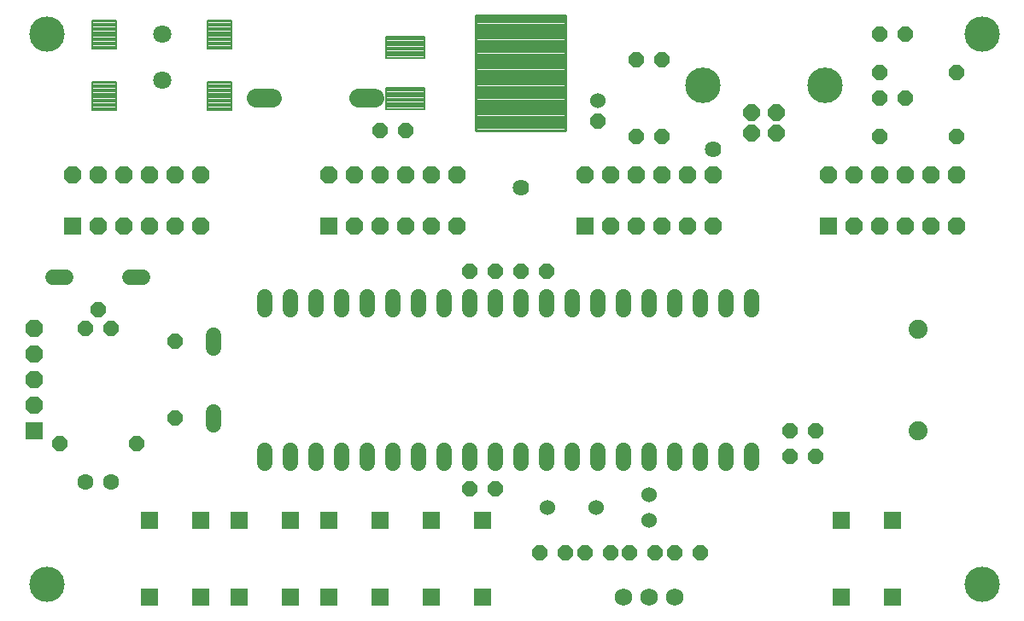
<source format=gts>
G75*
G70*
%OFA0B0*%
%FSLAX24Y24*%
%IPPOS*%
%LPD*%
%AMOC8*
5,1,8,0,0,1.08239X$1,22.5*
%
%ADD10R,0.0674X0.0674*%
%ADD11C,0.0740*%
%ADD12OC8,0.0654*%
%ADD13C,0.1386*%
%ADD14OC8,0.0600*%
%ADD15C,0.0081*%
%ADD16C,0.0107*%
%ADD17C,0.0600*%
%ADD18C,0.0710*%
%ADD19C,0.0082*%
%ADD20C,0.0600*%
%ADD21C,0.1380*%
%ADD22C,0.0680*%
%ADD23C,0.0631*%
%ADD24C,0.0740*%
%ADD25R,0.0680X0.0680*%
%ADD26OC8,0.0680*%
%ADD27OC8,0.0682*%
%ADD28R,0.0682X0.0682*%
%ADD29C,0.0640*%
D10*
X005994Y005344D03*
X007994Y005344D03*
X009494Y005344D03*
X011494Y005344D03*
X012994Y005344D03*
X014994Y005344D03*
X016994Y005344D03*
X018994Y005344D03*
X018994Y008344D03*
X016994Y008344D03*
X014994Y008344D03*
X012994Y008344D03*
X011494Y008344D03*
X009494Y008344D03*
X007994Y008344D03*
X005994Y008344D03*
X032994Y008344D03*
X034994Y008344D03*
X034994Y005344D03*
X032994Y005344D03*
D11*
X035994Y011875D03*
X035994Y015812D03*
D12*
X030486Y023490D03*
X029502Y023490D03*
X029502Y024277D03*
X030486Y024277D03*
D13*
X032364Y025344D03*
X027624Y025344D03*
D14*
X025994Y026344D03*
X024994Y026344D03*
X023494Y023944D03*
X024994Y023344D03*
X025994Y023344D03*
X021494Y018094D03*
X020494Y018094D03*
X019494Y018094D03*
X018494Y018094D03*
X015994Y023594D03*
X014994Y023594D03*
X004494Y015844D03*
X003994Y016594D03*
X003494Y015844D03*
X006994Y015344D03*
X006994Y012344D03*
X005494Y011344D03*
X002494Y011344D03*
X018494Y009594D03*
X019494Y009594D03*
X021244Y007094D03*
X022244Y007094D03*
X022994Y007094D03*
X023994Y007094D03*
X024744Y007094D03*
X025744Y007094D03*
X026494Y007094D03*
X027494Y007094D03*
X030994Y010844D03*
X031994Y010844D03*
X031994Y011844D03*
X030994Y011844D03*
X034494Y023344D03*
X034494Y024844D03*
X035494Y024844D03*
X034494Y025844D03*
X034494Y027344D03*
X035494Y027344D03*
X037494Y025844D03*
X037494Y023344D03*
D15*
X015244Y024434D02*
X015244Y025254D01*
X016744Y025254D01*
X016744Y024434D01*
X015244Y024434D01*
X015244Y024514D02*
X016744Y024514D01*
X016744Y024594D02*
X015244Y024594D01*
X015244Y024674D02*
X016744Y024674D01*
X016744Y024754D02*
X015244Y024754D01*
X015244Y024834D02*
X016744Y024834D01*
X016744Y024914D02*
X015244Y024914D01*
X015244Y024994D02*
X016744Y024994D01*
X016744Y025074D02*
X015244Y025074D01*
X015244Y025154D02*
X016744Y025154D01*
X016744Y025234D02*
X015244Y025234D01*
X015244Y026434D02*
X015244Y027254D01*
X016744Y027254D01*
X016744Y026434D01*
X015244Y026434D01*
X015244Y026514D02*
X016744Y026514D01*
X016744Y026594D02*
X015244Y026594D01*
X015244Y026674D02*
X016744Y026674D01*
X016744Y026754D02*
X015244Y026754D01*
X015244Y026834D02*
X016744Y026834D01*
X016744Y026914D02*
X015244Y026914D01*
X015244Y026994D02*
X016744Y026994D01*
X016744Y027074D02*
X015244Y027074D01*
X015244Y027154D02*
X016744Y027154D01*
X016744Y027234D02*
X015244Y027234D01*
D16*
X018757Y028081D02*
X018757Y023607D01*
X018757Y028081D02*
X022231Y028081D01*
X022231Y023607D01*
X018757Y023607D01*
X018757Y023713D02*
X022231Y023713D01*
X022231Y023819D02*
X018757Y023819D01*
X018757Y023925D02*
X022231Y023925D01*
X022231Y024031D02*
X018757Y024031D01*
X018757Y024137D02*
X022231Y024137D01*
X022231Y024243D02*
X018757Y024243D01*
X018757Y024349D02*
X022231Y024349D01*
X022231Y024455D02*
X018757Y024455D01*
X018757Y024561D02*
X022231Y024561D01*
X022231Y024667D02*
X018757Y024667D01*
X018757Y024773D02*
X022231Y024773D01*
X022231Y024879D02*
X018757Y024879D01*
X018757Y024985D02*
X022231Y024985D01*
X022231Y025091D02*
X018757Y025091D01*
X018757Y025197D02*
X022231Y025197D01*
X022231Y025303D02*
X018757Y025303D01*
X018757Y025409D02*
X022231Y025409D01*
X022231Y025515D02*
X018757Y025515D01*
X018757Y025621D02*
X022231Y025621D01*
X022231Y025727D02*
X018757Y025727D01*
X018757Y025833D02*
X022231Y025833D01*
X022231Y025939D02*
X018757Y025939D01*
X018757Y026045D02*
X022231Y026045D01*
X022231Y026151D02*
X018757Y026151D01*
X018757Y026257D02*
X022231Y026257D01*
X022231Y026363D02*
X018757Y026363D01*
X018757Y026469D02*
X022231Y026469D01*
X022231Y026575D02*
X018757Y026575D01*
X018757Y026681D02*
X022231Y026681D01*
X022231Y026787D02*
X018757Y026787D01*
X018757Y026893D02*
X022231Y026893D01*
X022231Y026999D02*
X018757Y026999D01*
X018757Y027105D02*
X022231Y027105D01*
X022231Y027211D02*
X018757Y027211D01*
X018757Y027317D02*
X022231Y027317D01*
X022231Y027423D02*
X018757Y027423D01*
X018757Y027529D02*
X022231Y027529D01*
X022231Y027635D02*
X018757Y027635D01*
X018757Y027741D02*
X022231Y027741D01*
X022231Y027847D02*
X018757Y027847D01*
X018757Y027953D02*
X022231Y027953D01*
X022231Y028059D02*
X018757Y028059D01*
D17*
X023494Y024744D03*
X025494Y009344D03*
X025494Y008344D03*
X023444Y008844D03*
X021544Y008844D03*
D18*
X006494Y025544D03*
X006494Y027344D03*
D19*
X008267Y026794D02*
X008267Y027894D01*
X009209Y027894D01*
X009209Y026794D01*
X008267Y026794D01*
X008267Y026875D02*
X009209Y026875D01*
X009209Y026956D02*
X008267Y026956D01*
X008267Y027037D02*
X009209Y027037D01*
X009209Y027118D02*
X008267Y027118D01*
X008267Y027199D02*
X009209Y027199D01*
X009209Y027280D02*
X008267Y027280D01*
X008267Y027361D02*
X009209Y027361D01*
X009209Y027442D02*
X008267Y027442D01*
X008267Y027523D02*
X009209Y027523D01*
X009209Y027604D02*
X008267Y027604D01*
X008267Y027685D02*
X009209Y027685D01*
X009209Y027766D02*
X008267Y027766D01*
X008267Y027847D02*
X009209Y027847D01*
X008267Y025492D02*
X008267Y024392D01*
X008267Y025492D02*
X009209Y025492D01*
X009209Y024392D01*
X008267Y024392D01*
X008267Y024473D02*
X009209Y024473D01*
X009209Y024554D02*
X008267Y024554D01*
X008267Y024635D02*
X009209Y024635D01*
X009209Y024716D02*
X008267Y024716D01*
X008267Y024797D02*
X009209Y024797D01*
X009209Y024878D02*
X008267Y024878D01*
X008267Y024959D02*
X009209Y024959D01*
X009209Y025040D02*
X008267Y025040D01*
X008267Y025121D02*
X009209Y025121D01*
X009209Y025202D02*
X008267Y025202D01*
X008267Y025283D02*
X009209Y025283D01*
X009209Y025364D02*
X008267Y025364D01*
X008267Y025445D02*
X009209Y025445D01*
X003779Y025492D02*
X003779Y024392D01*
X003779Y025492D02*
X004721Y025492D01*
X004721Y024392D01*
X003779Y024392D01*
X003779Y024473D02*
X004721Y024473D01*
X004721Y024554D02*
X003779Y024554D01*
X003779Y024635D02*
X004721Y024635D01*
X004721Y024716D02*
X003779Y024716D01*
X003779Y024797D02*
X004721Y024797D01*
X004721Y024878D02*
X003779Y024878D01*
X003779Y024959D02*
X004721Y024959D01*
X004721Y025040D02*
X003779Y025040D01*
X003779Y025121D02*
X004721Y025121D01*
X004721Y025202D02*
X003779Y025202D01*
X003779Y025283D02*
X004721Y025283D01*
X004721Y025364D02*
X003779Y025364D01*
X003779Y025445D02*
X004721Y025445D01*
X003779Y026794D02*
X003779Y027894D01*
X004721Y027894D01*
X004721Y026794D01*
X003779Y026794D01*
X003779Y026875D02*
X004721Y026875D01*
X004721Y026956D02*
X003779Y026956D01*
X003779Y027037D02*
X004721Y027037D01*
X004721Y027118D02*
X003779Y027118D01*
X003779Y027199D02*
X004721Y027199D01*
X004721Y027280D02*
X003779Y027280D01*
X003779Y027361D02*
X004721Y027361D01*
X004721Y027442D02*
X003779Y027442D01*
X003779Y027523D02*
X004721Y027523D01*
X004721Y027604D02*
X003779Y027604D01*
X003779Y027685D02*
X004721Y027685D01*
X004721Y027766D02*
X003779Y027766D01*
X003779Y027847D02*
X004721Y027847D01*
D20*
X005234Y017844D02*
X005754Y017844D01*
X002754Y017844D02*
X002234Y017844D01*
X008494Y015604D02*
X008494Y015084D01*
X010494Y016584D02*
X010494Y017104D01*
X011494Y017104D02*
X011494Y016584D01*
X012494Y016584D02*
X012494Y017104D01*
X013494Y017104D02*
X013494Y016584D01*
X014494Y016584D02*
X014494Y017104D01*
X015494Y017104D02*
X015494Y016584D01*
X016494Y016584D02*
X016494Y017104D01*
X017494Y017104D02*
X017494Y016584D01*
X018494Y016584D02*
X018494Y017104D01*
X019494Y017104D02*
X019494Y016584D01*
X020494Y016584D02*
X020494Y017104D01*
X021494Y017104D02*
X021494Y016584D01*
X022494Y016584D02*
X022494Y017104D01*
X023494Y017104D02*
X023494Y016584D01*
X024494Y016584D02*
X024494Y017104D01*
X025494Y017104D02*
X025494Y016584D01*
X026494Y016584D02*
X026494Y017104D01*
X027494Y017104D02*
X027494Y016584D01*
X028494Y016584D02*
X028494Y017104D01*
X029494Y017104D02*
X029494Y016584D01*
X029494Y011104D02*
X029494Y010584D01*
X028494Y010584D02*
X028494Y011104D01*
X027494Y011104D02*
X027494Y010584D01*
X026494Y010584D02*
X026494Y011104D01*
X025494Y011104D02*
X025494Y010584D01*
X024494Y010584D02*
X024494Y011104D01*
X023494Y011104D02*
X023494Y010584D01*
X022494Y010584D02*
X022494Y011104D01*
X021494Y011104D02*
X021494Y010584D01*
X020494Y010584D02*
X020494Y011104D01*
X019494Y011104D02*
X019494Y010584D01*
X018494Y010584D02*
X018494Y011104D01*
X017494Y011104D02*
X017494Y010584D01*
X016494Y010584D02*
X016494Y011104D01*
X015494Y011104D02*
X015494Y010584D01*
X014494Y010584D02*
X014494Y011104D01*
X013494Y011104D02*
X013494Y010584D01*
X012494Y010584D02*
X012494Y011104D01*
X011494Y011104D02*
X011494Y010584D01*
X010494Y010584D02*
X010494Y011104D01*
X008494Y012084D02*
X008494Y012604D01*
D21*
X001994Y005844D03*
X001994Y027344D03*
X038494Y027344D03*
X038494Y005844D03*
D22*
X026494Y005344D03*
X025494Y005344D03*
X024494Y005344D03*
D23*
X004494Y009844D03*
X003494Y009844D03*
D24*
X010164Y024844D02*
X010824Y024844D01*
X014164Y024844D02*
X014824Y024844D01*
D25*
X001494Y011844D03*
D26*
X001494Y012844D03*
X001494Y013844D03*
X001494Y014844D03*
X001494Y015844D03*
D27*
X003994Y019844D03*
X004994Y019844D03*
X005994Y019844D03*
X006994Y019844D03*
X007994Y019844D03*
X007994Y021844D03*
X006994Y021844D03*
X005994Y021844D03*
X004994Y021844D03*
X003994Y021844D03*
X002994Y021844D03*
X012994Y021844D03*
X013994Y021844D03*
X014994Y021844D03*
X015994Y021844D03*
X016994Y021844D03*
X017994Y021844D03*
X017994Y019844D03*
X016994Y019844D03*
X015994Y019844D03*
X014994Y019844D03*
X013994Y019844D03*
X022994Y021844D03*
X023994Y021844D03*
X024994Y021844D03*
X025994Y021844D03*
X026994Y021844D03*
X027994Y021844D03*
X027994Y019844D03*
X026994Y019844D03*
X025994Y019844D03*
X024994Y019844D03*
X023994Y019844D03*
X032494Y021844D03*
X033494Y021844D03*
X034494Y021844D03*
X035494Y021844D03*
X036494Y021844D03*
X037494Y021844D03*
X037494Y019844D03*
X036494Y019844D03*
X035494Y019844D03*
X034494Y019844D03*
X033494Y019844D03*
D28*
X032494Y019844D03*
X022994Y019844D03*
X012994Y019844D03*
X002994Y019844D03*
D29*
X020494Y021344D03*
X027994Y022844D03*
M02*

</source>
